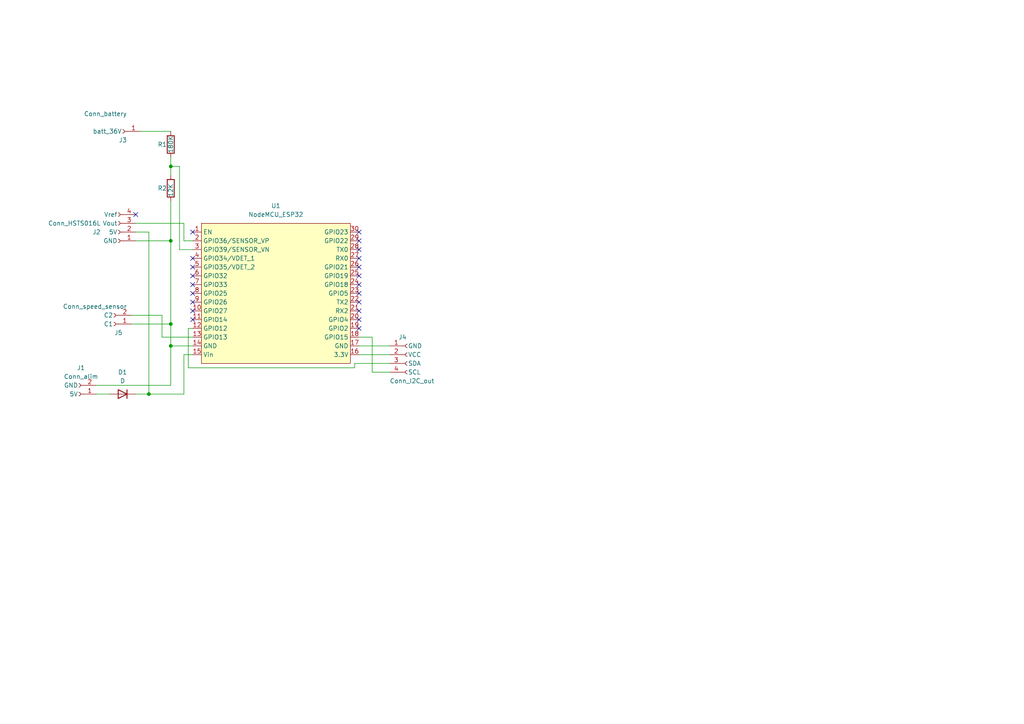
<source format=kicad_sch>
(kicad_sch (version 20211123) (generator eeschema)
  (paper "A4")
  (lib_symbols
    (symbol "Device:D" (pin_numbers hide) (pin_names (offset 1.016) hide)
      (property "Reference" "D" (at 0 2.54 0))
      (property "Value" "D" (at 0 -2.54 0))
      (symbol "D_0_1"
        (polyline (pts (xy -1.27 1.27) (xy -1.27 -1.27)) (stroke (width 0.254)))
        (polyline (pts (xy 1.27 0) (xy -1.27 0)))
        (polyline (pts (xy 1.27 1.27) (xy 1.27 -1.27) (xy -1.27 0) (xy 1.27 1.27)) (stroke (width 0.254)))
      )
      (symbol "D_1_1"
        (pin passive line (at -3.81 0 0) (length 2.54) (name "K") (number "1"))
        (pin passive line (at 3.81 0 180) (length 2.54) (name "A") (number "2"))
      )
    )
    (symbol "Device:R" (pin_numbers hide) (pin_names (offset 0))
      (property "Reference" "R" (at 2.032 0 90))
      (property "Value" "R" (at 0 0 90))
      (symbol "R_0_1"
        (rectangle (start -1.016 -2.54) (end 1.016 2.54) (stroke (width 0.254)))
      )
      (symbol "R_1_1"
        (pin passive line (at 0 3.81 270) (length 1.27) (name "~") (number "1"))
        (pin passive line (at 0 -3.81 90) (length 1.27) (name "~") (number "2"))
      )
    )
    (symbol "vehicle-monitor:Conn_HSTS016L" (pin_names (offset 1.5))
      (property "Reference" "J" (at 0 5.08 0))
      (property "Value" "Conn_HSTS016L" (at 0 -7.62 0))
      (symbol "Conn_HSTS016L_1_1"
        (arc (start 0 -4.572) (mid -0.508 -5.08) (end 0 -5.588) (stroke (width 0.1524)))
        (arc (start 0 -2.032) (mid -0.508 -2.54) (end 0 -3.048) (stroke (width 0.1524)))
        (polyline (pts (xy -1.27 -5.08) (xy -0.508 -5.08)) (stroke (width 0.1524)))
        (polyline (pts (xy -1.27 -2.54) (xy -0.508 -2.54)) (stroke (width 0.1524)))
        (polyline (pts (xy -1.27 0) (xy -0.508 0)) (stroke (width 0.1524)))
        (polyline (pts (xy -1.27 2.54) (xy -0.508 2.54)) (stroke (width 0.1524)))
        (arc (start 0 0.508) (mid -0.508 0) (end 0 -0.508) (stroke (width 0.1524)))
        (arc (start 0 3.048) (mid -0.508 2.54) (end 0 2.032) (stroke (width 0.1524)))
        (pin power_in line (at -5.08 2.54 0) (length 3.81) (name "GND") (number "1"))
        (pin power_in line (at -5.08 0 0) (length 3.81) (name "5V") (number "2"))
        (pin output line (at -5.08 -2.54 0) (length 3.81) (name "Vout") (number "3"))
        (pin output line (at -5.08 -5.08 0) (length 3.81) (name "Vref") (number "4"))
      )
    )
    (symbol "vehicle-monitor:Conn_I2C_out" (pin_names (offset 1.5))
      (property "Reference" "J" (at 0 5.08 0))
      (property "Value" "Conn_I2C_out" (at 0 -7.62 0))
      (symbol "Conn_I2C_out_1_1"
        (arc (start 0 -4.572) (mid -0.508 -5.08) (end 0 -5.588) (stroke (width 0.1524)))
        (arc (start 0 -2.032) (mid -0.508 -2.54) (end 0 -3.048) (stroke (width 0.1524)))
        (polyline (pts (xy -1.27 -5.08) (xy -0.508 -5.08)) (stroke (width 0.1524)))
        (polyline (pts (xy -1.27 -2.54) (xy -0.508 -2.54)) (stroke (width 0.1524)))
        (polyline (pts (xy -1.27 0) (xy -0.508 0)) (stroke (width 0.1524)))
        (polyline (pts (xy -1.27 2.54) (xy -0.508 2.54)) (stroke (width 0.1524)))
        (arc (start 0 0.508) (mid -0.508 0) (end 0 -0.508) (stroke (width 0.1524)))
        (arc (start 0 3.048) (mid -0.508 2.54) (end 0 2.032) (stroke (width 0.1524)))
        (pin power_in line (at -5.08 2.54 0) (length 3.81) (name "GND") (number "1"))
        (pin power_in line (at -5.08 0 0) (length 3.81) (name "VCC") (number "2"))
        (pin bidirectional line (at -5.08 -2.54 0) (length 3.81) (name "SDA") (number "3"))
        (pin input line (at -5.08 -5.08 0) (length 3.81) (name "SCL") (number "4"))
      )
    )
    (symbol "vehicle-monitor:Conn_alim" (pin_names (offset 1.5))
      (property "Reference" "J" (at 0 2.54 0))
      (property "Value" "Conn_alim" (at 0 -5.08 0))
      (symbol "Conn_alim_1_1"
        (arc (start 0 -2.032) (mid -0.508 -2.54) (end 0 -3.048) (stroke (width 0.1524)))
        (polyline (pts (xy -1.27 -2.54) (xy -0.508 -2.54)) (stroke (width 0.1524)))
        (polyline (pts (xy -1.27 0) (xy -0.508 0)) (stroke (width 0.1524)))
        (arc (start 0 0.508) (mid -0.508 0) (end 0 -0.508) (stroke (width 0.1524)))
        (pin power_out line (at -5.08 0 0) (length 3.81) (name "5V") (number "1"))
        (pin power_out line (at -5.08 -2.54 0) (length 3.81) (name "GND") (number "2"))
      )
    )
    (symbol "vehicle-monitor:Conn_battery" (pin_names (offset 1.5))
      (property "Reference" "J" (at 0 2.54 0))
      (property "Value" "Conn_battery" (at 0 -5.08 0))
      (symbol "Conn_battery_1_1"
        (polyline (pts (xy -1.27 0) (xy -0.508 0)) (stroke (width 0.1524)))
        (arc (start 0 0.508) (mid -0.508 0) (end 0 -0.508) (stroke (width 0.1524)))
        (pin power_out line (at -5.08 0 0) (length 3.81) (name "batt_36V") (number "1"))
      )
    )
    (symbol "vehicle-monitor:Conn_speed_sensor" (pin_names (offset 1.5))
      (property "Reference" "J" (at 0 2.54 0))
      (property "Value" "Conn_speed_sensor" (at 0 -5.08 0))
      (symbol "Conn_speed_sensor_1_1"
        (arc (start 0 -2.032) (mid -0.508 -2.54) (end 0 -3.048) (stroke (width 0.1524)))
        (polyline (pts (xy -1.27 -2.54) (xy -0.508 -2.54)) (stroke (width 0.1524)))
        (polyline (pts (xy -1.27 0) (xy -0.508 0)) (stroke (width 0.1524)))
        (arc (start 0 0.508) (mid -0.508 0) (end 0 -0.508) (stroke (width 0.1524)))
        (pin passive line (at -5.08 0 0) (length 3.81) (name "C1") (number "1"))
        (pin passive line (at -5.08 -2.54 0) (length 3.81) (name "C2") (number "2"))
      )
    )
    (symbol "vehicle-monitor:NodeMCU_ESP32"
      (property "Reference" "U" (at -21.59 21.59 0))
      (property "Value" "NodeMCU_ESP32" (at 13.97 21.59 0))
      (symbol "NodeMCU_ESP32_0_1"
        (rectangle (start -21.59 20.32) (end 21.59 -20.32) (fill (type background)))
      )
      (symbol "NodeMCU_ESP32_1_1"
        (pin input line (at -24.13 17.78 0) (length 2.54) (name "EN") (number "1"))
        (pin bidirectional line (at -24.13 -5.08 0) (length 2.54) (name "GPIO27") (number "10"))
        (pin bidirectional line (at -24.13 -7.62 0) (length 2.54) (name "GPIO14") (number "11"))
        (pin bidirectional line (at -24.13 -10.16 0) (length 2.54) (name "GPIO12") (number "12"))
        (pin bidirectional line (at -24.13 -12.7 0) (length 2.54) (name "GPIO13") (number "13"))
        (pin power_in line (at -24.13 -15.24 0) (length 2.54) (name "GND") (number "14"))
        (pin power_in line (at -24.13 -17.78 0) (length 2.54) (name "Vin") (number "15"))
        (pin power_out line (at 24.13 -17.78 180) (length 2.54) (name "3.3V") (number "16"))
        (pin power_in line (at 24.13 -15.24 180) (length 2.54) (name "GND") (number "17"))
        (pin bidirectional line (at 24.13 -12.7 180) (length 2.54) (name "GPIO15") (number "18"))
        (pin bidirectional line (at 24.13 -10.16 180) (length 2.54) (name "GPIO2") (number "19"))
        (pin input line (at -24.13 15.24 0) (length 2.54) (name "GPIO36/SENSOR_VP") (number "2"))
        (pin bidirectional line (at 24.13 -7.62 180) (length 2.54) (name "GPIO4") (number "20"))
        (pin bidirectional line (at 24.13 -5.08 180) (length 2.54) (name "RX2") (number "21"))
        (pin bidirectional line (at 24.13 -2.54 180) (length 2.54) (name "TX2") (number "22"))
        (pin bidirectional line (at 24.13 0 180) (length 2.54) (name "GPIO5") (number "23"))
        (pin bidirectional line (at 24.13 2.54 180) (length 2.54) (name "GPIO18") (number "24"))
        (pin bidirectional line (at 24.13 5.08 180) (length 2.54) (name "GPIO19") (number "25"))
        (pin bidirectional line (at 24.13 7.62 180) (length 2.54) (name "GPIO21") (number "26"))
        (pin bidirectional line (at 24.13 10.16 180) (length 2.54) (name "RX0") (number "27"))
        (pin bidirectional line (at 24.13 12.7 180) (length 2.54) (name "TX0") (number "28"))
        (pin bidirectional line (at 24.13 15.24 180) (length 2.54) (name "GPIO22") (number "29"))
        (pin input line (at -24.13 12.7 0) (length 2.54) (name "GPIO39/SENSOR_VN") (number "3"))
        (pin bidirectional line (at 24.13 17.78 180) (length 2.54) (name "GPIO23") (number "30"))
        (pin input line (at -24.13 10.16 0) (length 2.54) (name "GPIO34/VDET_1") (number "4"))
        (pin input line (at -24.13 7.62 0) (length 2.54) (name "GPIO35/VDET_2") (number "5"))
        (pin bidirectional line (at -24.13 5.08 0) (length 2.54) (name "GPIO32") (number "6"))
        (pin bidirectional line (at -24.13 2.54 0) (length 2.54) (name "GPIO33") (number "7"))
        (pin bidirectional line (at -24.13 0 0) (length 2.54) (name "GPIO25") (number "8"))
        (pin bidirectional line (at -24.13 -2.54 0) (length 2.54) (name "GPIO26") (number "9"))
      )
    )
  )
  (junction (at 49.53 93.98))
  (junction (at 49.53 48.26))
  (junction (at 43.18 114.3))
  (junction (at 49.53 100.33))
  (junction (at 49.53 69.85))
  (no_connect (at 104.14 92.71))
  (no_connect (at 104.14 95.25))
  (no_connect (at 104.14 90.17))
  (no_connect (at 104.14 87.63))
  (no_connect (at 104.14 85.09))
  (no_connect (at 104.14 67.31))
  (no_connect (at 55.88 82.55))
  (no_connect (at 55.88 85.09))
  (no_connect (at 55.88 87.63))
  (no_connect (at 55.88 92.71))
  (no_connect (at 55.88 67.31))
  (no_connect (at 55.88 74.93))
  (no_connect (at 55.88 77.47))
  (no_connect (at 55.88 80.01))
  (no_connect (at 104.14 82.55))
  (no_connect (at 104.14 80.01))
  (no_connect (at 104.14 74.93))
  (no_connect (at 104.14 72.39))
  (no_connect (at 55.88 90.17))
  (no_connect (at 104.14 69.85))
  (no_connect (at 104.14 77.47))
  (no_connect (at 39.37 62.23))
  (wire (pts (xy 52.07 48.26) (xy 52.07 72.39)))
  (wire (pts (xy 27.94 111.76) (xy 49.53 111.76)))
  (wire (pts (xy 39.37 67.31) (xy 43.18 67.31)))
  (wire (pts (xy 49.53 100.33) (xy 55.88 100.33)))
  (wire (pts (xy 38.1 93.98) (xy 49.53 93.98)))
  (wire (pts (xy 49.53 48.26) (xy 49.53 50.8)))
  (wire (pts (xy 53.34 102.87) (xy 53.34 114.3)))
  (wire (pts (xy 49.53 93.98) (xy 49.53 100.33)))
  (wire (pts (xy 43.18 114.3) (xy 53.34 114.3)))
  (wire (pts (xy 49.53 111.76) (xy 49.53 100.33)))
  (wire (pts (xy 113.03 107.95) (xy 107.95 107.95)))
  (wire (pts (xy 49.53 69.85) (xy 49.53 93.98)))
  (wire (pts (xy 102.87 105.41) (xy 102.87 106.68)))
  (wire (pts (xy 104.14 97.79) (xy 107.95 97.79)))
  (wire (pts (xy 43.18 67.31) (xy 43.18 114.3)))
  (wire (pts (xy 55.88 102.87) (xy 53.34 102.87)))
  (wire (pts (xy 49.53 45.72) (xy 49.53 48.26)))
  (wire (pts (xy 40.64 38.1) (xy 49.53 38.1)))
  (wire (pts (xy 102.87 106.68) (xy 54.61 106.68)))
  (wire (pts (xy 54.61 106.68) (xy 54.61 95.25)))
  (wire (pts (xy 55.88 97.79) (xy 46.99 97.79)))
  (wire (pts (xy 53.34 69.85) (xy 55.88 69.85)))
  (wire (pts (xy 54.61 95.25) (xy 55.88 95.25)))
  (wire (pts (xy 104.14 100.33) (xy 113.03 100.33)))
  (wire (pts (xy 27.94 114.3) (xy 31.75 114.3)))
  (wire (pts (xy 53.34 69.85) (xy 53.34 64.77)))
  (wire (pts (xy 39.37 69.85) (xy 49.53 69.85)))
  (wire (pts (xy 46.99 91.44) (xy 38.1 91.44)))
  (wire (pts (xy 55.88 72.39) (xy 52.07 72.39)))
  (wire (pts (xy 46.99 97.79) (xy 46.99 91.44)))
  (wire (pts (xy 39.37 64.77) (xy 53.34 64.77)))
  (wire (pts (xy 49.53 48.26) (xy 52.07 48.26)))
  (wire (pts (xy 113.03 105.41) (xy 102.87 105.41)))
  (wire (pts (xy 107.95 107.95) (xy 107.95 97.79)))
  (wire (pts (xy 49.53 69.85) (xy 49.53 58.42)))
  (wire (pts (xy 39.37 114.3) (xy 43.18 114.3)))
  (wire (pts (xy 104.14 102.87) (xy 113.03 102.87)))
  (symbol (lib_id "vehicle-monitor:Conn_battery") (at 35.56 38.1 180) (unit 1)
    (property "Reference" "J3" (at 36.83 40.64 0) (effects (justify left)))
    (property "Value" "Conn_battery" (at 36.83 33.02 0) (effects (justify left)))
    (property "Footprint" "Connector_PinHeader_2.54mm:PinHeader_1x01_P2.54mm_Vertical" (effects hide))
  )
  (symbol (lib_id "vehicle-monitor:Conn_I2C_out") (at 118.11 102.87 0) (unit 1)
    (property "Reference" "J4" (at 115.57 97.79 0) (effects (justify left)))
    (property "Value" "Conn_I2C_out" (at 113.03 110.49 0) (effects (justify left)))
    (property "Footprint" "Connector_PinHeader_2.54mm:PinHeader_1x04_P2.54mm_Vertical" (effects hide))
  )
  (symbol (lib_id "vehicle-monitor:Conn_speed_sensor") (at 33.02 93.98 180) (unit 1)
    (property "Reference" "J5" (at 35.56 96.52 0) (effects (justify left)))
    (property "Value" "Conn_speed_sensor" (at 36.83 88.9 0) (effects (justify left)))
    (property "Footprint" "Connector_PinHeader_2.54mm:PinHeader_1x02_P2.54mm_Vertical" (effects hide))
  )
  (symbol (lib_id "Device:D") (at 35.56 114.3 180) (unit 1)
    (property "Reference" "D1" (at 35.56 107.95 0))
    (property "Value" "D" (at 35.56 110.49 0))
    (property "Footprint" "Diode_THT:D_A-405_P10.16mm_Horizontal" (effects hide))
  )
  (symbol (lib_id "Device:R") (at 49.53 54.61 0) (unit 1)
    (property "Reference" "R2" (at 45.72 54.61 0) (effects (justify left)))
    (property "Value" "12K" (at 49.53 57.15 90) (effects (justify left)))
    (property "Footprint" "Resistor_THT:R_Axial_DIN0207_L6.3mm_D2.5mm_P10.16mm_Horizontal" (effects hide))
  )
  (symbol (lib_id "vehicle-monitor:Conn_HSTS016L") (at 34.29 67.31 180) (unit 1)
    (property "Reference" "J2" (at 29.21 67.31 0) (effects (justify left)))
    (property "Value" "Conn_HSTS016L" (at 29.21 64.77 0) (effects (justify left)))
    (property "Footprint" "Connector_PinHeader_2.54mm:PinHeader_1x04_P2.54mm_Vertical" (effects hide))
  )
  (symbol (lib_id "vehicle-monitor:NodeMCU_ESP32") (at 80.01 85.09 0) (unit 1)
    (property "Reference" "U1" (at 80.01 59.69 0))
    (property "Value" "NodeMCU_ESP32" (at 80.01 62.23 0))
    (property "Footprint" "Node_mcu:NodeMCU_SBC" (effects hide))
  )
  (symbol (lib_id "Device:R") (at 49.53 41.91 0) (unit 1)
    (property "Reference" "R1" (at 45.72 41.91 0) (effects (justify left)))
    (property "Value" "180K" (at 49.53 44.45 90) (effects (justify left)))
    (property "Footprint" "Resistor_THT:R_Axial_DIN0207_L6.3mm_D2.5mm_P10.16mm_Horizontal" (effects hide))
  )
  (symbol (lib_id "vehicle-monitor:Conn_alim") (at 22.86 114.3 180) (unit 1)
    (property "Reference" "J1" (at 23.495 106.68 0))
    (property "Value" "Conn_alim" (at 23.495 109.22 0))
    (property "Footprint" "Connector_PinHeader_2.54mm:PinHeader_1x02_P2.54mm_Vertical" (effects hide))
  )
)
</source>
